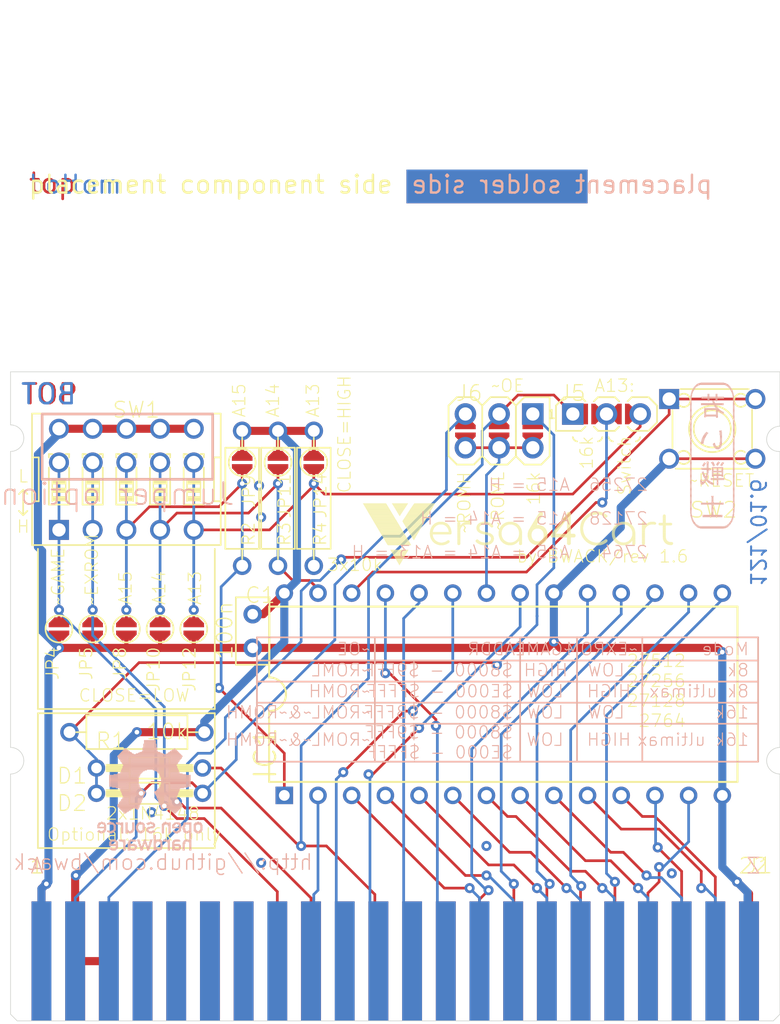
<source format=kicad_pcb>
(kicad_pcb (version 20221018) (generator pcbnew)
  (layers (0 "F.Cu" signal) (31 "B.Cu" signal) (34 "B.Paste" user) (35 "F.Paste" user) (36 "B.SilkS" user "B.Silkscreen") (37 "F.SilkS" user "F.Silkscreen") (38 "B.Mask" user) (39 "F.Mask" user) (44 "Edge.Cuts" user))
  (net 0 "")
  (net 1 "+5V")
  (net 2 "GND")
  (net 3 "D0")
  (net 4 "D1")
  (net 5 "D2")
  (net 6 "D3")
  (net 7 "D4")
  (net 8 "D5")
  (net 9 "D6")
  (net 10 "D7")
  (net 11 "A0")
  (net 12 "A1")
  (net 13 "A2")
  (net 14 "A3")
  (net 15 "A4")
  (net 16 "A5")
  (net 17 "A6")
  (net 18 "A7")
  (net 19 "A8")
  (net 20 "A9")
  (net 21 "A10")
  (net 22 "A11")
  (net 23 "A12")
  (net 24 "~{EXROM}")
  (net 25 "~{GAME}")
  (net 26 "~{ROMH}")
  (net 27 "~{ROML}")
  (net 28 "~{RESET}")
  (net 29 "A13")
  (net 30 "A14")
  (net 31 "A15")
  (net 32 "~{OE}")
  (net 33 "A13SW")
  (net 34 "RH&RL")
  (footprint "Versa64Cart_v1_6:PCB-TITLE_" (layer "F.Cu") (at 119.5011 68.4936)
    (fp_text reference "U$41" hide)
    (fp_text value "" hide)
  )
  (footprint "Versa64Cart_v1_6:CP_OP" (layer "F.Cu") (at 128.23235 99.9261 90)
    (fp_text reference "JP8")
    (fp_text value "" hide)
  )
  (footprint "Versa64Cart_v1_6:COMBI-3P" (layer "F.Cu") (at 164.42735 83.7336)
    (fp_text reference "J5")
    (fp_text value "COMBI-3P" hide)
  )
  (footprint "Versa64Cart_v1_6:DIL28-6" (layer "F.Cu") (at 156.6486 104.84735)
    (fp_text reference "IC1")
    (fp_text value "27C512-DIP28")
  )
  (footprint "Versa64Cart_v1_6:2LAYER" (layer "F.Cu") (at 120.29485 83.0986)
    (fp_text reference "U$40" hide)
    (fp_text value "" hide)
  )
  (footprint "Versa64Cart_v1_6:CP_OP" (layer "F.Cu") (at 136.9636 87.38485 90)
    (fp_text reference "JP9")
    (fp_text value "" hide)
  )
  (footprint "Versa64Cart_v1_6:VERSA64CART" (layer "F.Cu") (at 146.01235 95.1636)
    (fp_text reference "U$39" hide)
    (fp_text value "" hide)
  )
  (footprint "Versa64Cart_v1_6:R-10" (layer "F.Cu") (at 142.3611 90.0836 90)
    (fp_text reference "R4")
    (fp_text value "10k")
  )
  (footprint "Versa64Cart_v1_6:CP_OP" (layer "F.Cu") (at 142.3611 87.38485 90)
    (fp_text reference "JP14")
    (fp_text value "" hide)
  )
  (footprint "Versa64Cart_v1_6:DIPSW-05VJ" (layer "F.Cu") (at 128.23235 88.65485)
    (fp_text reference "SW1")
    (fp_text value "DIPSW-05")
  )
  (footprint "Versa64Cart_v1_6:R-10" (layer "F.Cu") (at 129.0261 107.70485)
    (fp_text reference "R1")
    (fp_text value "10k")
  )
  (footprint "Versa64Cart_v1_6:CP_OP" (layer "F.Cu") (at 133.31235 99.9261 90)
    (fp_text reference "JP12")
    (fp_text value "" hide)
  )
  (footprint "Versa64Cart_v1_6:C-2,5" (layer "F.Cu") (at 137.75735 100.08485 90)
    (fp_text reference "C1")
    (fp_text value "100n")
  )
  (footprint "Versa64Cart_v1_6:EXPANSIO_SQ" (layer "F.Cu") (at 148.5011 129.4536 180)
    (fp_text reference "J1")
    (fp_text value "C64-EXPANSION-PORT" hide)
    (fp_line (start -29 0.5) (end -29 11) (stroke (width 0.05)) (layer "Edge.Cuts"))
    (fp_line (start -28.5 0) (end -29 0.5) (stroke (width 0.05)) (layer "Edge.Cuts"))
    (fp_line (start -28.5 0) (end 28.5 0) (stroke (width 0.05)) (layer "Edge.Cuts"))
    (fp_line (start 28.5 0) (end 29 0.5) (stroke (width 0.05)) (layer "Edge.Cuts"))
    (fp_line (start 29 0.5) (end 29 11) (stroke (width 0.05)) (layer "Edge.Cuts"))
  )
  (footprint "" (layer "F.Cu") (at 148.5011 85.5536)
    (fp_text reference "@HOLE0" hide)
    (fp_text value "")
  )
  (footprint "Versa64Cart_v1_6:DO-35" (layer "F.Cu") (at 129.9786 112.3086)
    (fp_text reference "D2")
    (fp_text value "1N4148")
  )
  (footprint "Versa64Cart_v1_6:DO-35" (layer "F.Cu") (at 129.9786 110.4036)
    (fp_text reference "D1")
    (fp_text value "1N4148")
  )
  (footprint "Versa64Cart_v1_6:CP_OP" (layer "F.Cu") (at 130.77235 99.9261 90)
    (fp_text reference "JP10")
    (fp_text value "" hide)
  )
  (footprint "Versa64Cart_v1_6:JTP-1130" (layer "F.Cu") (at 172.4011 84.8536 180)
    (fp_text reference "SW2")
    (fp_text value "JTP-1130")
  )
  (footprint "Versa64Cart_v1_6:CP_OP" (layer "F.Cu") (at 123.15235 99.9261 90)
    (fp_text reference "JP4")
    (fp_text value "" hide)
  )
  (footprint "Versa64Cart_v1_6:COMBI-3X2" (layer "F.Cu") (at 156.3311 85.0036 -90)
    (fp_text reference "J6")
    (fp_text value "COMBI-3X2P" hide)
  )
  (footprint "Versa64Cart_v1_6:CP_OP" (layer "F.Cu") (at 125.69235 99.9261 90)
    (fp_text reference "JP5")
    (fp_text value "" hide)
  )
  (footprint "Versa64Cart_v1_6:CP_OP" (layer "F.Cu") (at 139.66235 87.38485 90)
    (fp_text reference "JP11")
    (fp_text value "" hide)
  )
  (footprint "Versa64Cart_v1_6:R-10" (layer "F.Cu") (at 136.9636 90.0836 90)
    (fp_text reference "R2")
    (fp_text value "10k")
  )
  (footprint "Versa64Cart_v1_6:R-10" (layer "F.Cu") (at 139.66235 90.0836 90)
    (fp_text reference "R3")
    (fp_text value "10k")
  )
  (footprint "Versa64Cart_v1_6:SVEN_TAG" (layer "B.Cu") (at 172.36485 86.74985 180)
    (fp_text reference "U$42" hide)
    (fp_text value "" hide)
  )
  (footprint "Versa64Cart_v1_6:OPENHW" (layer "B.Cu") (at 133.94735 116.59485 180)
    (fp_text reference "U$43" hide)
    (fp_text value "OPEN_SOURCE_HW" hide)
  )
  (gr_line (start 146.96485 100.5611) (end 138.07485 100.5611) (stroke (width 0.127)) (layer "B.SilkS"))
  (gr_line (start 175.85735 103.89485) (end 138.07485 103.89485) (stroke (width 0.127)) (layer "B.SilkS"))
  (gr_line (start 134.7411 88.65485) (end 134.7411 83.7336) (stroke (width 0.2032)) (layer "B.SilkS"))
  (gr_line (start 157.9186 100.5611) (end 146.96485 100.5611) (stroke (width 0.127)) (layer "B.SilkS"))
  (gr_line (start 157.9186 100.5611) (end 157.9186 109.92735) (stroke (width 0.127)) (layer "B.SilkS"))
  (gr_line (start 167.1261 100.5611) (end 167.1261 109.92735) (stroke (width 0.127)) (layer "B.SilkS"))
  (gr_line (start 175.85735 109.92735) (end 167.1261 109.92735) (stroke (width 0.127)) (layer "B.SilkS"))
  (gr_line (start 175.85735 102.30735) (end 138.07485 102.30735) (stroke (width 0.127)) (layer "B.SilkS"))
  (gr_line (start 175.85735 100.5611) (end 175.85735 109.92735) (stroke (width 0.127)) (layer "B.SilkS"))
  (gr_line (start 162.20485 100.5611) (end 157.9186 100.5611) (stroke (width 0.127)) (layer "B.SilkS"))
  (gr_line (start 138.07485 100.5611) (end 138.07485 109.92735) (stroke (width 0.127)) (layer "B.SilkS"))
  (gr_line (start 121.88235 88.65485) (end 134.7411 88.65485) (stroke (width 0.2032)) (layer "B.SilkS"))
  (gr_line (start 134.7411 83.7336) (end 121.88235 83.7336) (stroke (width 0.2032)) (layer "B.SilkS"))
  (gr_line (start 175.85735 105.48235) (end 138.07485 105.48235) (stroke (width 0.127)) (layer "B.SilkS"))
  (gr_line (start 167.1261 100.5611) (end 162.20485 100.5611) (stroke (width 0.127)) (layer "B.SilkS"))
  (gr_line (start 175.85735 107.06985) (end 138.07485 107.06985) (stroke (width 0.127)) (layer "B.SilkS"))
  (gr_line (start 162.20485 109.92735) (end 157.9186 109.92735) (stroke (width 0.127)) (layer "B.SilkS"))
  (gr_line (start 167.1261 109.92735) (end 162.20485 109.92735) (stroke (width 0.127)) (layer "B.SilkS"))
  (gr_line (start 162.20485 100.5611) (end 162.20485 109.92735) (stroke (width 0.127)) (layer "B.SilkS"))
  (gr_line (start 146.96485 100.5611) (end 146.96485 109.92735) (stroke (width 0.127)) (layer "B.SilkS"))
  (gr_line (start 157.9186 109.92735) (end 146.96485 109.92735) (stroke (width 0.127)) (layer "B.SilkS"))
  (gr_line (start 146.96485 109.92735) (end 138.07485 109.92735) (stroke (width 0.127)) (layer "B.SilkS"))
  (gr_line (start 175.85735 100.5611) (end 167.1261 100.5611) (stroke (width 0.127)) (layer "B.SilkS"))
  (gr_line (start 121.88235 83.7336) (end 121.88235 88.65485) (stroke (width 0.2032)) (layer "B.SilkS"))
  (gr_arc (start 166.96735 85.47985) (mid 166.856665 85.686666) (end 166.649849 85.797351) (stroke (width 0.127)) (layer "F.SilkS"))
  (gr_line (start 121.56485 116.4361) (end 121.56485 106.2761) (stroke (width 0.127)) (layer "F.SilkS"))
  (gr_line (start 120.1361 89.7661) (end 120.4536 89.4486) (stroke (width 0.127)) (layer "F.SilkS"))
  (gr_line (start 121.56485 93.8936) (end 121.56485 105.9586) (stroke (width 0.127)) (layer "F.SilkS"))
  (gr_arc (start 164.9036 85.79735) (mid 164.696784 85.686666) (end 164.5861 85.47985) (stroke (width 0.127)) (layer "F.SilkS"))
  (gr_line (start 120.1361 91.0361) (end 120.4536 91.3536) (stroke (width 0.127)) (layer "F.SilkS"))
  (gr_line (start 121.56485 105.9586) (end 134.89985 105.9586) (stroke (width 0.127)) (layer "F.SilkS"))
  (gr_arc (start 164.10985 85.47985) (mid 163.999165 85.686666) (end 163.792349 85.797351) (stroke (width 0.127)) (layer "F.SilkS"))
  (gr_arc (start 162.20485 85.79735) (mid 161.998034 85.686666) (end 161.88735 85.47985) (stroke (width 0.127)) (layer "F.SilkS"))
  (gr_line (start 120.4536 89.4486) (end 120.7711 89.7661) (stroke (width 0.127)) (layer "F.SilkS"))
  (gr_line (start 134.89985 105.9586) (end 134.89985 93.8936) (stroke (width 0.127)) (layer "F.SilkS"))
  (gr_line (start 120.4536 89.4486) (end 120.4536 91.3536) (stroke (width 0.127)) (layer "F.SilkS"))
  (gr_line (start 121.56485 106.2761) (end 134.89985 106.2761) (stroke (width 0.127)) (layer "F.SilkS"))
  (gr_line (start 134.89985 106.2761) (end 134.89985 116.4361) (stroke (width 0.127)) (layer "F.SilkS"))
  (gr_line (start 120.4536 91.3536) (end 120.7711 91.0361) (stroke (width 0.127)) (layer "F.SilkS"))
  (gr_line (start 134.89985 116.4361) (end 121.56485 116.4361) (stroke (width 0.127)) (layer "F.SilkS"))
  (gr_arc (start 119.5011 84.5536) (mid 120.208207 84.846493) (end 120.5011 85.5536) (stroke (width 0.05)) (layer "Edge.Cuts"))
  (gr_line (start 119.5011 80.5536) (end 177.5011 80.5536) (stroke (width 0.05)) (layer "Edge.Cuts"))
  (gr_arc (start 176.5011 109.8536) (mid 176.793993 109.146493) (end 177.5011 108.8536) (stroke (width 0.05)) (layer "Edge.Cuts"))
  (gr_arc (start 176.5011 85.6536) (mid 176.793993 84.946493) (end 177.5011 84.6536) (stroke (width 0.05)) (layer "Edge.Cuts"))
  (gr_line (start 119.5011 108.8536) (end 119.5011 86.5536) (stroke (width 0.05)) (layer "Edge.Cuts"))
  (gr_arc (start 177.5011 110.8536) (mid 176.793993 110.560707) (end 176.5011 109.8536) (stroke (width 0.05)) (layer "Edge.Cuts"))
  (gr_line (start 119.5011 118.4536) (end 119.5011 110.8536) (stroke (width 0.05)) (layer "Edge.Cuts"))
  (gr_arc (start 119.5011 108.8536) (mid 120.208207 109.146493) (end 120.5011 109.8536) (stroke (width 0.05)) (layer "Edge.Cuts"))
  (gr_line (start 177.5011 86.5536) (end 177.5011 108.8536) (stroke (width 0.05)) (layer "Edge.Cuts"))
  (gr_arc (start 120.5011 85.5536) (mid 120.208207 86.260707) (end 119.5011 86.5536) (stroke (width 0.05)) (layer "Edge.Cuts"))
  (gr_line (start 119.5011 84.5536) (end 119.5011 80.5536) (stroke (width 0.05)) (layer "Edge.Cuts"))
  (gr_arc (start 177.4011 86.5536) (mid 176.764704 86.289996) (end 176.5011 85.6536) (stroke (width 0.05)) (layer "Edge.Cuts"))
  (gr_line (start 177.5011 80.5536) (end 177.5011 84.6536) (stroke (width 0.05)) (layer "Edge.Cuts"))
  (gr_line (start 177.5011 110.8536) (end 177.5011 118.4536) (stroke (width 0.05)) (layer "Edge.Cuts"))
  (gr_arc (start 120.5011 109.8536) (mid 120.208207 110.560707) (end 119.5011 110.8536) (stroke (width 0.05)) (layer "Edge.Cuts"))
  (gr_line (start 177.5011 86.5536) (end 177.4011 86.5536) (stroke (width 0.05)) (layer "Edge.Cuts"))
  (gr_text "121/01.6" (at 176.49235 88.4961 -90) (layer "B.Cu") (effects (font (size 1.1176 1.1176) (thickness 0.1524)) (justify right top mirror)))
  (gr_text "LOW" (at 161.25235 108.8161) (layer "B.SilkS") (effects (font (size 0.93472 0.93472) (thickness 0.08128)) (justify left bottom mirror)))
  (gr_text "16k" (at 175.22235 106.75235) (layer "B.SilkS") (effects (font (size 0.93472 0.93472) (thickness 0.08128)) (justify left bottom mirror)))
  (gr_text "A15 = A14 = A13 = H" (at 161.7286 94.68735) (layer "B.SilkS") (effects (font (size 0.93472 0.93472) (thickness 0.08128)) (justify left bottom mirror)))
  (gr_text "2764" (at 167.60235 94.68735) (layer "B.SilkS") (effects (font (size 0.93472 0.93472) (thickness 0.08128)) (justify left bottom mirror)))
  (gr_text "~GAME" (at 161.88735 101.98985) (layer "B.SilkS") (effects (font (size 0.93472 0.93472) (thickness 0.08128)) (justify left bottom mirror)))
  (gr_text "A15 = H" (at 161.7286 89.60735) (layer "B.SilkS") (effects (font (size 0.93472 0.93472) (thickness 0.08128)) (justify left bottom mirror)))
  (gr_text "Mode" (at 175.22235 101.98985) (layer "B.SilkS") (effects (font (size 0.93472 0.93472) (thickness 0.08128)) (justify left bottom mirror)))
  (gr_text "A15 = A14 = H" (at 161.7286 92.14735) (layer "B.SilkS") (effects (font (size 0.93472 0.93472) (thickness 0.08128)) (justify left bottom mirror)))
  (gr_text "ADDR" (at 157.6011 101.98985) (layer "B.SilkS") (effects (font (size 0.93472 0.93472) (thickness 0.08128)) (justify left bottom mirror)))
  (gr_text "$8000 - $9FFF" (at 157.44235 103.57735) (layer "B.SilkS") (effects (font (size 0.93472 0.93472) (thickness 0.08128)) (justify left bottom mirror)))
  (gr_text "$8000 - $BFFF" (at 157.44235 106.75235) (layer "B.SilkS") (effects (font (size 0.93472 0.93472) (thickness 0.08128)) (justify left bottom mirror)))
  (gr_text "~EXROM" (at 166.8086 101.98985) (layer "B.SilkS") (effects (font (size 0.93472 0.93472) (thickness 0.08128)) (justify left bottom mirror)))
  (gr_text "LOW" (at 165.8561 106.75235) (layer "B.SilkS") (effects (font (size 0.93472 0.93472) (thickness 0.08128)) (justify left bottom mirror)))
  (gr_text "~ROML~&~ROMH" (at 146.64735 106.75235) (layer "B.SilkS") (effects (font (size 0.93472 0.93472) (thickness 0.08128)) (justify left bottom mirror)))
  (gr_text "~ROMH" (at 146.64735 105.16485) (layer "B.SilkS") (effects (font (size 0.93472 0.93472) (thickness 0.08128)) (justify left bottom mirror)))
  (gr_text "8k ultimax" (at 175.22235 105.16485) (layer "B.SilkS") (effects (font (size 0.93472 0.93472) (thickness 0.08128)) (justify left bottom mirror)))
  (gr_text "$E000 - $FFFF" (at 157.44235 105.16485) (layer "B.SilkS") (effects (font (size 0.93472 0.93472) (thickness 0.08128)) (justify left bottom mirror)))
  (gr_text "Jumper option" (at 136.48735 90.7186) (layer "B.SilkS") (effects (font (size 1.63576 1.63576) (thickness 0.14224)) (justify left bottom mirror)))
  (gr_text "~OE" (at 146.64735 101.98985) (layer "B.SilkS") (effects (font (size 0.93472 0.93472) (thickness 0.08128)) (justify left bottom mirror)))
  (gr_text "HIGH" (at 166.33235 105.16485) (layer "B.SilkS") (effects (font (size 0.93472 0.93472) (thickness 0.08128)) (justify left bottom mirror)))
  (gr_text "27256" (at 167.60235 89.60735) (layer "B.SilkS") (effects (font (size 0.93472 0.93472) (thickness 0.08128)) (justify left bottom mirror)))
  (gr_text "8k" (at 175.22235 103.57735) (layer "B.SilkS") (effects (font (size 0.93472 0.93472) (thickness 0.08128)) (justify left bottom mirror)))
  (gr_text "$8000 - $9FFF\n$E000 - $FFFF" (at 157.44235 109.7686) (layer "B.SilkS") (effects (font (size 0.93472 0.93472) (thickness 0.08128)) (justify left bottom mirror)))
  (gr_text "~ROML" (at 146.64735 103.57735) (layer "B.SilkS") (effects (font (size 0.93472 0.93472) (thickness 0.08128)) (justify left bottom mirror)))
  (gr_text "HIGH" (at 161.56985 103.57735) (layer "B.SilkS") (effects (font (size 0.93472 0.93472) (thickness 0.08128)) (justify left bottom mirror)))
  (gr_text "LOW" (at 161.25235 105.16485) (layer "B.SilkS") (effects (font (size 0.93472 0.93472) (thickness 0.08128)) (justify left bottom mirror)))
  (gr_text "27128" (at 167.60235 92.14735) (layer "B.SilkS") (effects (font (size 0.93472 0.93472) (thickness 0.08128)) (justify left bottom mirror)))
  (gr_text "~ROML~&~ROMH" (at 146.64735 108.8161) (layer "B.SilkS") (effects (font (size 0.93472 0.93472) (thickness 0.08128)) (justify left bottom mirror)))
  (gr_text "16k ultimax" (at 175.22235 108.8161) (layer "B.SilkS") (effects (font (size 0.93472 0.93472) (thickness 0.08128)) (justify left bottom mirror)))
  (gr_text "LOW" (at 165.8561 103.57735) (layer "B.SilkS") (effects (font (size 0.93472 0.93472) (thickness 0.08128)) (justify left bottom mirror)))
  (gr_text "LOW" (at 161.25235 106.75235) (layer "B.SilkS") (effects (font (size 0.93472 0.93472) (thickness 0.08128)) (justify left bottom mirror)))
  (gr_text "http://github.com/bwack" (at 142.3611 118.18235) (layer "B.SilkS") (effects (font (size 1.1684 1.1684) (thickness 0.1016)) (justify left bottom mirror)))
  (gr_text "HIGH" (at 166.33235 108.8161) (layer "B.SilkS") (effects (font (size 0.93472 0.93472) (thickness 0.08128)) (justify left bottom mirror)))
  (gr_text "A14" (at 131.2486 98.17985 90) (layer "F.SilkS") (effects (font (size 0.93472 0.93472) (thickness 0.08128)) (justify left bottom)))
  (gr_text "27512\n27256\n27128\n2764" (at 170.45985 107.38735) (layer "F.SilkS") (effects (font (size 0.93472 0.93472) (thickness 0.08128)) (justify right bottom)))
  (gr_text "100n" (at 136.3286 102.30735 90) (layer "F.SilkS") (effects (font (size 1.1684 1.1684) (thickness 0.1016)) (justify left bottom)))
  (gr_text "CLOSE=LOW" (at 124.5811 105.48235) (layer "F.SilkS") (effects (font (size 0.93472 0.93472) (thickness 0.08128)) (justify left bottom)))
  (gr_text "~ROML" (at 155.6961 88.01985 90) (layer "F.SilkS") (effects (font (size 0.93472 0.93472) (thickness 0.08128)) (justify right top)))
  (gr_text "Optional: 16k only" (at 122.19985 115.95985) (layer "F.SilkS") (effects (font (size 0.93472 0.93472) (thickness 0.08128)) (justify left bottom)))
  (gr_text "A15" (at 137.2811 84.0511 90) (layer "F.SilkS") (effects (font (size 0.93472 0.93472) (thickness 0.08128)) (justify left bottom)))
  (gr_text "~ROMH" (at 153.1561 88.01985 90) (layer "F.SilkS") (effects (font (size 0.93472 0.93472) (thickness 0.08128)) (justify right top)))
  (gr_text "A13" (at 142.83735 84.0511 90) (layer "F.SilkS") (effects (font (size 0.93472 0.93472) (thickness 0.08128)) (justify left bottom)))
  (gr_text "A15" (at 128.7086 98.17985 90) (layer "F.SilkS") (effects (font (size 0.93472 0.93472) (thickness 0.08128)) (justify left bottom)))
  (gr_text "~EXROM" (at 126.1686 98.17985 90) (layer "F.SilkS") (effects (font (size 0.93472 0.93472) (thickness 0.08128)) (justify left bottom)))
  (gr_text "H" (at 120.4536 91.6711) (layer "F.SilkS") (effects (font (size 0.93472 0.93472) (thickness 0.08128)) (justify top)))
  (gr_text "~GAME" (at 123.6286 98.17985 90) (layer "F.SilkS") (effects (font (size 0.93472 0.93472) (thickness 0.08128)) (justify left bottom)))
  (gr_text "by BWACK/rev 1.6" (at 157.6011 95.00485) (layer "F.SilkS") (effects (font (size 0.93472 0.93472) (thickness 0.08128)) (justify left bottom)))
  (gr_text "~OE" (at 155.6961 82.1461) (layer "F.SilkS") (effects (font (size 0.93472 0.93472) (thickness 0.08128)) (justify left bottom)))
  (gr_text "~RESET" (at 170.6186 89.28985) (layer "F.SilkS") (effects (font (size 0.93472 0.93472) (thickness 0.08128)) (justify left bottom)))
  (gr_text "16k" (at 158.39485 88.01985 90) (layer "F.SilkS") (effects (font (size 0.93472 0.93472) (thickness 0.08128)) (justify right top)))
  (gr_text "CLOSE=HIGH" (at 145.2186 89.7661 90) (layer "F.SilkS") (effects (font (size 0.93472 0.93472) (thickness 0.08128)) (justify left bottom)))
  (gr_text "A13" (at 133.94735 98.17985 90) (layer "F.SilkS") (effects (font (size 0.93472 0.93472) (thickness 0.08128)) (justify left bottom)))
  (gr_text "Switch" (at 166.33235 85.3211 90) (layer "F.SilkS") (effects (font (size 0.93472 0.93472) (thickness 0.08128)) (justify right bottom)))
  (gr_text "A13:" (at 163.47485 82.1461) (layer "F.SilkS") (effects (font (size 0.93472 0.93472) (thickness 0.08128)) (justify left bottom)))
  (gr_text "3x10k" (at 143.3136 95.63985) (layer "F.SilkS") (effects (font (size 0.93472 0.93472) (thickness 0.08128)) (justify left bottom)))
  (gr_text "16k" (at 163.47485 85.3211 90) (layer "F.SilkS") (effects (font (size 0.93472 0.93472) (thickness 0.08128)) (justify right bottom)))
  (gr_text "A14" (at 139.8211 84.0511 90) (layer "F.SilkS") (effects (font (size 0.93472 0.93472) (thickness 0.08128)) (justify left bottom)))
  (gr_text "10k" (at 129.6611 108.33985) (layer "F.SilkS") (effects (font (size 1.1684 1.1684) (thickness 0.1016)) (justify left bottom)))
  (gr_text "2x1N4148" (at 126.64485 114.37235) (layer "F.SilkS") (effects (font (size 0.93472 0.93472) (thickness 0.08128)) (justify left bottom)))
  (gr_text "L" (at 120.4536 88.97235) (layer "F.SilkS") (effects (font (size 0.93472 0.93472) (thickness 0.08128)) (justify bottom)))
  (segment (start 138.5511 98.81485) (end 137.9161 98.81485) (width 0.6096) (layer "F.Cu") (net 1))
  (segment (start 136.9636 85.0036) (end 139.66235 85.0036) (width 0.6096) (layer "F.Cu") (net 1))
  (segment (start 142.3611 86.98485) (end 142.3611 85.0036) (width 0.3048) (layer "F.Cu") (net 1))
  (segment (start 138.5511 98.81485) (end 140.1386 97.22735) (width 0.6096) (layer "F.Cu") (net 1))
  (segment (start 136.9636 86.98485) (end 136.9636 85.0036) (width 0.3048) (layer "F.Cu") (net 1))
  (segment (start 142.3611 85.0036) (end 139.66235 85.0036) (width 0.6096) (layer "F.Cu") (net 1))
  (segment (start 137.75735 98.81485) (end 137.9161 98.81485) (width 0.6096) (layer "F.Cu") (net 1))
  (segment (start 139.66235 86.98485) (end 139.66235 85.0036) (width 0.3048) (layer "F.Cu") (net 1))
  (segment (start 124.3711 118.5511) (end 124.42235 118.49985) (width 0.6096) (layer "F.Cu") (net 1))
  (segment (start 124.3711 124.9536) (end 124.3711 118.5511) (width 0.6096) (layer "F.Cu") (net 1))
  (segment (start 129.0261 107.70485) (end 134.1061 107.70485) (width 0.6096) (layer "F.Cu") (net 1))
  (segment (start 126.9111 124.9536) (end 124.3711 124.9536) (width 0.6096) (layer "F.Cu") (net 1))
  (via (at 129.0261 107.70485) (size 0.7564) (drill 0.35) (layers "F.Cu" "B.Cu") (net 1))
  (via (at 124.42235 118.49985) (size 0.7564) (drill 0.35) (layers "F.Cu" "B.Cu") (net 1))
  (segment (start 127.27985 109.4511) (end 129.0261 107.70485) (width 0.6096) (layer "B.Cu") (net 1))
  (segment (start 141.0911 96.27485) (end 141.0911 86.43235) (width 0.6096) (layer "B.Cu") (net 1))
  (segment (start 140.1386 100.8786) (end 134.1061 106.9111) (width 0.6096) (layer "B.Cu") (net 1))
  (segment (start 140.1386 97.22735) (end 141.0911 96.27485) (width 0.6096) (layer "B.Cu") (net 1))
  (segment (start 140.1386 100.8786) (end 140.1386 97.22735) (width 0.6096) (layer "B.Cu") (net 1))
  (segment (start 124.42235 118.49985) (end 127.27985 115.64235) (width 0.6096) (layer "B.Cu") (net 1))
  (segment (start 127.27985 109.4511) (end 127.27985 111.6736) (width 0.6096) (layer "B.Cu") (net 1))
  (segment (start 134.1061 107.70485) (end 134.1061 106.9111) (width 0.6096) (layer "B.Cu") (net 1))
  (segment (start 141.0911 86.43235) (end 139.66235 85.0036) (width 0.6096) (layer "B.Cu") (net 1))
  (segment (start 127.27985 111.6736) (end 127.27985 115.64235) (width 0.6096) (layer "B.Cu") (net 1))
  (segment (start 169.1511 87.1036) (end 175.6511 87.1036) (width 0.2032) (layer "F.Cu") (net 2))
  (segment (start 123.15235 101.35485) (end 125.69235 101.35485) (width 0.6096) (layer "F.Cu") (net 2))
  (segment (start 123.15235 84.84485) (end 125.69235 84.84485) (width 0.6096) (layer "F.Cu") (net 2))
  (segment (start 125.69235 84.84485) (end 128.23235 84.84485) (width 0.6096) (layer "F.Cu") (net 2))
  (segment (start 125.69235 101.35485) (end 128.23235 101.35485) (width 0.6096) (layer "F.Cu") (net 2))
  (segment (start 174.26985 118.9761) (end 175.1711 119.87735) (width 0.6096) (layer "F.Cu") (net 2))
  (segment (start 128.23235 101.35485) (end 130.77235 101.35485) (width 0.6096) (layer "F.Cu") (net 2))
  (segment (start 130.77235 101.35485) (end 133.31235 101.35485) (width 0.6096) (layer "F.Cu") (net 2))
  (segment (start 172.8411 101.35485) (end 173.1586 101.67235) (width 0.6096) (layer "F.Cu") (net 2))
  (segment (start 160.4586 100.8786) (end 160.93485 101.35485) (width 0.6096) (layer "F.Cu") (net 2))
  (segment (start 175.1711 119.87735) (end 175.1711 124.9536) (width 0.6096) (layer "F.Cu") (net 2))
  (segment (start 130.77235 100.3261) (end 130.77235 101.35485) (width 0.3048) (layer "F.Cu") (net 2))
  (segment (start 133.31235 100.3261) (end 133.31235 101.35485) (width 0.3048) (layer "F.Cu") (net 2))
  (segment (start 160.93485 101.35485) (end 172.8411 101.35485) (width 0.6096) (layer "F.Cu") (net 2))
  (segment (start 121.8311 124.9536) (end 121.8311 119.5036) (width 0.6096) (layer "F.Cu") (net 2))
  (segment (start 133.31235 101.35485) (end 137.75735 101.35485) (width 0.6096) (layer "F.Cu") (net 2))
  (segment (start 125.69235 100.3261) (end 125.69235 101.35485) (width 0.3048) (layer "F.Cu") (net 2))
  (segment (start 128.23235 100.3261) (end 128.23235 101.35485) (width 0.3048) (layer "F.Cu") (net 2))
  (segment (start 159.98235 101.35485) (end 160.4586 100.8786) (width 0.6096) (layer "F.Cu") (net 2))
  (segment (start 130.77235 84.84485) (end 133.31235 84.84485) (width 0.6096) (layer "F.Cu") (net 2))
  (segment (start 121.8311 119.5036) (end 122.19985 119.13485) (width 0.6096) (layer "F.Cu") (net 2))
  (segment (start 123.15235 100.3261) (end 123.15235 101.35485) (width 0.3048) (layer "F.Cu") (net 2))
  (segment (start 128.23235 84.84485) (end 130.77235 84.84485) (width 0.6096) (layer "F.Cu") (net 2))
  (segment (start 137.75735 101.35485) (end 159.98235 101.35485) (width 0.6096) (layer "F.Cu") (net 2))
  (via (at 173.1586 101.67235) (size 0.7564) (drill 0.35) (layers "F.Cu" "B.Cu") (net 2))
  (via (at 138.2336 89.1311) (size 0.7564) (drill 0.35) (layers "F.Cu" "B.Cu") (net 2))
  (via (at 122.19985 119.13485) (size 0.7564) (drill 0.35) (layers "F.Cu" "B.Cu") (net 2))
  (via (at 138.39235 117.54735) (size 0.7564) (drill 0.35) (layers "F.Cu" "B.Cu") (net 2))
  (via (at 169.3486 118.3411) (size 0.7564) (drill 0.35) (layers "F.Cu" "B.Cu") (net 2))
  (via (at 138.39235 91.51235) (size 0.7564) (drill 0.35) (layers "F.Cu" "B.Cu") (net 2))
  (via (at 174.26985 118.9761) (size 0.7564) (drill 0.35) (layers "F.Cu" "B.Cu") (net 2))
  (via (at 155.3786 116.27735) (size 0.7564) (drill 0.35) (layers "F.Cu" "B.Cu") (net 2))
  (via (at 123.15235 101.35485) (size 0.7564) (drill 0.35) (layers "F.Cu" "B.Cu") (net 2))
  (via (at 160.4586 100.8786) (size 0.7564) (drill 0.35) (layers "F.Cu" "B.Cu") (net 2))
  (via (at 130.13735 113.73735) (size 0.7564) (drill 0.35) (layers "F.Cu" "B.Cu") (net 2))
  (segment (start 175.0636 119.76985) (end 174.26985 118.9761) (width 0.6096) (layer "B.Cu") (net 2))
  (segment (start 123.15235 101.35485) (end 121.88235 100.08485) (width 0.6096) (layer "B.Cu") (net 2))
  (segment (start 175.1711 124.9536) (end 175.0636 124.8461) (width 0.6096) (layer "B.Cu") (net 2))
  (segment (start 121.56485 93.73485) (end 121.56485 86.7911) (width 0.6096) (layer "B.Cu") (net 2))
  (segment (start 173.1586 101.67235) (end 173.1586 112.46735) (width 0.6096) (layer "B.Cu") (net 2))
  (segment (start 173.1586 112.46735) (end 173.1586 117.86485) (width 0.6096) (layer "B.Cu") (net 2))
  (segment (start 122.3586 102.1486) (end 123.15235 101.35485) (width 0.6096) (layer "B.Cu") (net 2))
  (segment (start 123.15235 85.2036) (end 123.15235 84.84485) (width 0.6096) (layer "B.Cu") (net 2))
  (segment (start 165.49985 92.274285) (end 160.515209 97.22735) (width 0.6096) (layer "B.Cu") (net 2))
  (segment (start 160.4586 97.22735) (end 160.515209 97.22735) (width 0.6096) (layer "B.Cu") (net 2))
  (segment (start 160.4586 100.8786) (end 160.4586 97.22735) (width 0.6096) (layer "B.Cu") (net 2))
  (segment (start 122.3586 102.1486) (end 122.3586 118.9761) (width 0.6096) (layer "B.Cu") (net 2))
  (segment (start 122.19985 119.13485) (end 121.8311 119.5036) (width 0.6096) (layer "B.Cu") (net 2))
  (segment (start 121.56485 86.7911) (end 123.15235 85.2036) (width 0.6096) (layer "B.Cu") (net 2))
  (segment (start 121.88235 94.05235) (end 121.56485 93.73485) (width 0.6096) (layer "B.Cu") (net 2))
  (segment (start 121.88235 94.05235) (end 121.88235 98.81485) (width 0.6096) (layer "B.Cu") (net 2))
  (segment (start 175.0636 124.8461) (end 175.0636 119.76985) (width 0.6096) (layer "B.Cu") (net 2))
  (segment (start 121.88235 100.08485) (end 121.88235 98.81485) (width 0.6096) (layer "B.Cu") (net 2))
  (segment (start 122.19985 119.13485) (end 122.3586 118.9761) (width 0.6096) (layer "B.Cu") (net 2))
  (segment (start 174.26985 118.9761) (end 173.1586 117.86485) (width 0.6096) (layer "B.Cu") (net 2))
  (segment (start 165.49985 90.7711) (end 165.49985 92.274285) (width 0.6096) (layer "B.Cu") (net 2))
  (segment (start 169.1511 87.1036) (end 169.1511 87.11985) (width 0.6096) (layer "B.Cu") (net 2))
  (segment (start 121.8311 119.5036) (end 121.8311 124.9536) (width 0.6096) (layer "B.Cu") (net 2))
  (segment (start 169.1511 87.11985) (end 165.49985 90.7711) (width 0.6096) (layer "B.Cu") (net 2))
  (segment (start 172.6311 124.9536) (end 172.6311 118.60735) (width 0.2032) (layer "F.Cu") (net 3))
  (segment (start 172.6311 118.60735) (end 168.0786 114.05485) (width 0.2032) (layer "F.Cu") (net 3))
  (segment (start 168.0786 114.05485) (end 167.1261 114.05485) (width 0.2032) (layer "F.Cu") (net 3))
  (segment (start 167.1261 114.05485) (end 165.5386 112.46735) (width 0.2032) (layer "F.Cu") (net 3))
  (segment (start 168.287509 116.385941) (end 170.0911 118.189532) (width 0.2032) (layer "F.Cu") (net 4))
  (segment (start 170.0911 118.189532) (end 170.0911 124.9536) (width 0.2032) (layer "F.Cu") (net 4))
  (via (at 168.287509 116.385941) (size 0.7564) (drill 0.35) (layers "F.Cu" "B.Cu") (net 4))
  (segment (start 168.128759 112.51751) (end 168.0786 112.46735) (width 0.2032) (layer "B.Cu") (net 4))
  (segment (start 168.128759 112.51751) (end 168.128759 116.227191) (width 0.2032) (layer "B.Cu") (net 4))
  (segment (start 168.287509 116.385941) (end 168.128759 116.227191) (width 0.2032) (layer "B.Cu") (net 4))
  (segment (start 167.5511 119.8211) (end 168.3961 118.9761) (width 0.2032) (layer "F.Cu") (net 5))
  (segment (start 167.5511 124.9536) (end 167.5511 119.8211) (width 0.2032) (layer "F.Cu") (net 5))
  (segment (start 168.3961 118.9761) (end 168.3961 117.86485) (width 0.2032) (layer "F.Cu") (net 5))
  (via (at 168.3961 117.86485) (size 0.7564) (drill 0.35) (layers "F.Cu" "B.Cu") (net 5))
  (segment (start 170.6186 115.95985) (end 170.6186 112.46735) (width 0.2032) (layer "B.Cu") (net 5))
  (segment (start 168.3961 117.86485) (end 168.7136 117.86485) (width 0.2032) (layer "B.Cu") (net 5))
  (segment (start 170.6186 115.95985) (end 168.7136 117.86485) (width 0.2032) (layer "B.Cu") (net 5))
  (segment (start 165.06235 124.90235) (end 165.06235 118.9761) (width 0.2032) (layer "F.Cu") (net 6))
  (segment (start 165.0111 124.9536) (end 165.06235 124.90235) (width 0.2032) (layer "F.Cu") (net 6))
  (via (at 165.06235 118.9761) (size 0.7564) (drill 0.35) (layers "F.Cu" "B.Cu") (net 6))
  (segment (start 165.06235 118.9761) (end 164.42735 118.3411) (width 0.2032) (layer "B.Cu") (net 6))
  (segment (start 171.8886 98.9736) (end 173.1586 97.7036) (width 0.2032) (layer "B.Cu") (net 6))
  (segment (start 164.42735 106.43485) (end 164.42735 118.0236) (width 0.2032) (layer "B.Cu") (net 6))
  (segment (start 164.42735 118.0236) (end 164.42735 118.3411) (width 0.2032) (layer "B.Cu") (net 6))
  (segment (start 173.1586 97.7036) (end 173.1586 97.22735) (width 0.2032) (layer "B.Cu") (net 6))
  (segment (start 164.42735 106.43485) (end 171.8886 98.9736) (width 0.2032) (layer "B.Cu") (net 6))
  (segment (start 162.4711 124.9536) (end 162.4711 119.5036) (width 0.2032) (layer "F.Cu") (net 7))
  (segment (start 162.52235 119.45235) (end 162.4711 119.5036) (width 0.2032) (layer "F.Cu") (net 7))
  (segment (start 162.52235 119.2936) (end 162.52235 119.45235) (width 0.2032) (layer "F.Cu") (net 7))
  (via (at 162.52235 119.2936) (size 0.7564) (drill 0.35) (layers "F.Cu" "B.Cu") (net 7))
  (segment (start 170.6186 98.6561) (end 161.7286 107.5461) (width 0.2032) (layer "B.Cu") (net 7))
  (segment (start 162.52235 119.2936) (end 161.7286 118.49985) (width 0.2032) (layer "B.Cu") (net 7))
  (segment (start 161.7286 107.5461) (end 161.7286 118.49985) (width 0.2032) (layer "B.Cu") (net 7))
  (segment (start 170.6186 97.22735) (end 170.6186 98.6561) (width 0.2032) (layer "B.Cu") (net 7))
  (segment (start 159.9311 119.34485) (end 160.1411 119.13485) (width 0.2032) (layer "F.Cu") (net 8))
  (segment (start 159.9311 124.9536) (end 159.9311 119.34485) (width 0.2032) (layer "F.Cu") (net 8))
  (via (at 160.1411 119.13485) (size 0.7564) (drill 0.35) (layers "F.Cu" "B.Cu") (net 8))
  (segment (start 159.1886 106.43485) (end 166.64985 98.9736) (width 0.2032) (layer "B.Cu") (net 8))
  (segment (start 159.1886 106.43485) (end 159.1886 118.18235) (width 0.2032) (layer "B.Cu") (net 8))
  (segment (start 168.0786 97.54485) (end 166.64985 98.9736) (width 0.2032) (layer "B.Cu") (net 8))
  (segment (start 160.1411 119.13485) (end 159.1886 118.18235) (width 0.2032) (layer "B.Cu") (net 8))
  (segment (start 168.0786 97.54485) (end 168.0786 97.22735) (width 0.2032) (layer "B.Cu") (net 8))
  (segment (start 157.3911 124.9536) (end 157.44235 124.90235) (width 0.2032) (layer "F.Cu") (net 9))
  (segment (start 157.44235 124.90235) (end 157.44235 119.6111) (width 0.2032) (layer "F.Cu") (net 9))
  (segment (start 157.44235 119.6111) (end 157.44235 119.13485) (width 0.2032) (layer "F.Cu") (net 9))
  (via (at 157.44235 119.13485) (size 0.7564) (drill 0.35) (layers "F.Cu" "B.Cu") (net 9))
  (segment (start 156.48985 107.8636) (end 165.5386 98.81485) (width 0.2032) (layer "B.Cu") (net 9))
  (segment (start 156.48985 107.8636) (end 156.48985 118.18235) (width 0.2032) (layer "B.Cu") (net 9))
  (segment (start 165.5386 98.81485) (end 165.5386 97.22735) (width 0.2032) (layer "B.Cu") (net 9))
  (segment (start 157.44235 119.13485) (end 156.48985 118.18235) (width 0.2032) (layer "B.Cu") (net 9))
  (segment (start 154.8511 120.29735) (end 155.53735 119.6111) (width 0.2032) (layer "F.Cu") (net 10))
  (segment (start 154.8511 124.9536) (end 154.8511 120.29735) (width 0.2032) (layer "F.Cu") (net 10))
  (via (at 155.53735 119.6111) (size 0.7564) (drill 0.35) (layers "F.Cu" "B.Cu") (net 10))
  (segment (start 155.53735 119.6111) (end 155.3786 119.6111) (width 0.2032) (layer "B.Cu") (net 10))
  (segment (start 162.9986 100.2436) (end 162.9986 97.22735) (width 0.2032) (layer "B.Cu") (net 10))
  (segment (start 162.9986 100.2436) (end 154.26735 108.97485) (width 0.2032) (layer "B.Cu") (net 10))
  (segment (start 154.26735 108.97485) (end 154.26735 118.49985) (width 0.2032) (layer "B.Cu") (net 10))
  (segment (start 155.3786 119.6111) (end 154.26735 118.49985) (width 0.2032) (layer "B.Cu") (net 10))
  (segment (start 171.5711 119.45235) (end 171.5711 118.18235) (width 0.2032) (layer "F.Cu") (net 11))
  (segment (start 171.5711 118.18235) (end 168.3961 115.00735) (width 0.2032) (layer "F.Cu") (net 11))
  (segment (start 165.5386 115.00735) (end 162.9986 112.46735) (width 0.2032) (layer "F.Cu") (net 11))
  (segment (start 168.3961 115.00735) (end 165.5386 115.00735) (width 0.2032) (layer "F.Cu") (net 11))
  (via (at 171.5711 119.45235) (size 0.7564) (drill 0.35) (layers "F.Cu" "B.Cu") (net 11))
  (segment (start 171.5711 119.45235) (end 171.8886 119.45235) (width 0.2032) (layer "B.Cu") (net 11))
  (segment (start 172.6311 120.19485) (end 171.8886 119.45235) (width 0.2032) (layer "B.Cu") (net 11))
  (segment (start 172.6311 120.19485) (end 172.6311 124.9536) (width 0.2032) (layer "B.Cu") (net 11))
  (segment (start 164.74485 116.7536) (end 160.4586 112.46735) (width 0.2032) (layer "F.Cu") (net 12))
  (segment (start 167.4436 118.49985) (end 165.69735 116.7536) (width 0.2032) (layer "F.Cu") (net 12))
  (segment (start 165.69735 116.7536) (end 164.74485 116.7536) (width 0.2032) (layer "F.Cu") (net 12))
  (via (at 167.4436 118.49985) (size 0.7564) (drill 0.35) (layers "F.Cu" "B.Cu") (net 12))
  (segment (start 167.60235 118.49985) (end 167.4436 118.49985) (width 0.2032) (layer "B.Cu") (net 12))
  (segment (start 169.50735 119.6111) (end 168.55485 118.6586) (width 0.2032) (layer "B.Cu") (net 12))
  (segment (start 170.0911 124.9536) (end 170.0911 120.19485) (width 0.2032) (layer "B.Cu") (net 12))
  (segment (start 168.55485 118.6586) (end 167.7611 118.6586) (width 0.2032) (layer "B.Cu") (net 12))
  (segment (start 170.0911 120.19485) (end 169.50735 119.6111) (width 0.2032) (layer "B.Cu") (net 12))
  (segment (start 167.7611 118.6586) (end 167.60235 118.49985) (width 0.2032) (layer "B.Cu") (net 12))
  (segment (start 164.74485 117.3886) (end 162.83985 117.3886) (width 0.2032) (layer "F.Cu") (net 13))
  (segment (start 166.8086 119.45235) (end 164.74485 117.3886) (width 0.2032) (layer "F.Cu") (net 13))
  (segment (start 162.83985 117.3886) (end 157.9186 112.46735) (width 0.2032) (layer "F.Cu") (net 13))
  (via (at 166.8086 119.45235) (size 0.7564) (drill 0.35) (layers "F.Cu" "B.Cu") (net 13))
  (segment (start 167.5511 124.9536) (end 167.5511 120.19485) (width 0.2032) (layer "B.Cu") (net 13))
  (segment (start 167.5511 120.19485) (end 166.8086 119.45235) (width 0.2032) (layer "B.Cu") (net 13))
  (segment (start 157.6011 114.05485) (end 156.9661 114.05485) (width 0.2032) (layer "F.Cu") (net 14))
  (segment (start 162.83985 118.18235) (end 161.7286 118.18235) (width 0.2032) (layer "F.Cu") (net 14))
  (segment (start 156.9661 114.05485) (end 155.3786 112.46735) (width 0.2032) (layer "F.Cu") (net 14))
  (segment (start 161.7286 118.18235) (end 157.6011 114.05485) (width 0.2032) (layer "F.Cu") (net 14))
  (segment (start 164.10985 119.45235) (end 162.83985 118.18235) (width 0.2032) (layer "F.Cu") (net 14))
  (via (at 164.10985 119.45235) (size 0.7564) (drill 0.35) (layers "F.Cu" "B.Cu") (net 14))
  (segment (start 164.2686 119.45235) (end 164.10985 119.45235) (width 0.2032) (layer "B.Cu") (net 14))
  (segment (start 165.0111 124.9536) (end 165.0111 120.19485) (width 0.2032) (layer "B.Cu") (net 14))
  (segment (start 165.0111 120.19485) (end 164.2686 119.45235) (width 0.2032) (layer "B.Cu") (net 14))
  (segment (start 158.71235 116.7536) (end 157.12485 116.7536) (width 0.2032) (layer "F.Cu") (net 15))
  (segment (start 161.4111 119.45235) (end 158.71235 116.7536) (width 0.2032) (layer "F.Cu") (net 15))
  (segment (start 157.12485 116.7536) (end 152.8386 112.46735) (width 0.2032) (layer "F.Cu") (net 15))
  (via (at 161.4111 119.45235) (size 0.7564) (drill 0.35) (layers "F.Cu" "B.Cu") (net 15))
  (segment (start 162.4711 120.3536) (end 161.56985 119.45235) (width 0.2032) (layer "B.Cu") (net 15))
  (segment (start 162.4711 124.9536) (end 162.4711 120.3536) (width 0.2032) (layer "B.Cu") (net 15))
  (segment (start 161.4111 119.45235) (end 161.56985 119.45235) (width 0.2032) (layer "B.Cu") (net 15))
  (segment (start 159.1886 119.45235) (end 157.44235 117.7061) (width 0.2032) (layer "F.Cu") (net 16))
  (segment (start 155.53735 117.7061) (end 150.2986 112.46735) (width 0.2032) (layer "F.Cu") (net 16))
  (segment (start 157.44235 117.7061) (end 155.53735 117.7061) (width 0.2032) (layer "F.Cu") (net 16))
  (via (at 159.1886 119.45235) (size 0.7564) (drill 0.35) (layers "F.Cu" "B.Cu") (net 16))
  (segment (start 159.9311 124.9536) (end 159.9311 120.19485) (width 0.2032) (layer "B.Cu") (net 16))
  (segment (start 159.9311 120.19485) (end 159.1886 119.45235) (width 0.2032) (layer "B.Cu") (net 16))
  (segment (start 153.7911 118.49985) (end 147.7586 112.46735) (width 0.2032) (layer "F.Cu") (net 17))
  (segment (start 155.3786 118.49985) (end 153.7911 118.49985) (width 0.2032) (layer "F.Cu") (net 17))
  (via (at 155.3786 118.49985) (size 0.7564) (drill 0.35) (layers "F.Cu" "B.Cu") (net 17))
  (segment (start 156.0136 118.9761) (end 155.53735 118.49985) (width 0.2032) (layer "B.Cu") (net 17))
  (segment (start 157.3911 120.3536) (end 156.0136 118.9761) (width 0.2032) (layer "B.Cu") (net 17))
  (segment (start 155.3786 118.49985) (end 155.53735 118.49985) (width 0.2032) (layer "B.Cu") (net 17))
  (segment (start 157.3911 124.9536) (end 157.3911 120.3536) (width 0.2032) (layer "B.Cu") (net 17))
  (segment (start 154.1086 119.45235) (end 152.2036 119.45235) (width 0.2032) (layer "F.Cu") (net 18))
  (segment (start 152.2036 119.45235) (end 145.2186 112.46735) (width 0.2032) (layer "F.Cu") (net 18))
  (via (at 154.1086 119.45235) (size 0.7564) (drill 0.35) (layers "F.Cu" "B.Cu") (net 18))
  (segment (start 154.8511 120.19485) (end 154.1086 119.45235) (width 0.2032) (layer "B.Cu") (net 18))
  (segment (start 154.8511 124.9536) (end 154.8511 120.19485) (width 0.2032) (layer "B.Cu") (net 18))
  (segment (start 151.5686 107.2286) (end 151.5686 106.75235) (width 0.2032) (layer "F.Cu") (net 19))
  (segment (start 151.5686 106.75235) (end 148.0761 103.25985) (width 0.2032) (layer "F.Cu") (net 19))
  (segment (start 147.7586 103.25985) (end 148.0761 103.25985) (width 0.2032) (layer "F.Cu") (net 19))
  (via (at 147.7586 103.25985) (size 0.7564) (drill 0.35) (layers "F.Cu" "B.Cu") (net 19))
  (via (at 151.5686 107.2286) (size 0.7564) (drill 0.35) (layers "F.Cu" "B.Cu") (net 19))
  (segment (start 151.5686 107.2286) (end 151.6761 107.3361) (width 0.2032) (layer "B.Cu") (net 19))
  (segment (start 151.6761 124.3186) (end 152.3111 124.9536) (width 0.2032) (layer "B.Cu") (net 19))
  (segment (start 151.6761 107.3361) (end 151.6761 124.3186) (width 0.2032) (layer "B.Cu") (net 19))
  (segment (start 147.7586 97.22735) (end 147.7586 103.25985) (width 0.2032) (layer "B.Cu") (net 19))
  (segment (start 150.2986 97.96985) (end 149.1361 99.13235) (width 0.2032) (layer "B.Cu") (net 20))
  (segment (start 149.7711 124.9536) (end 149.1361 124.3186) (width 0.2032) (layer "B.Cu") (net 20))
  (segment (start 150.2986 97.22735) (end 150.2986 97.96985) (width 0.2032) (layer "B.Cu") (net 20))
  (segment (start 149.1361 99.13235) (end 149.1361 124.3186) (width 0.2032) (layer "B.Cu") (net 20))
  (segment (start 146.8061 110.87985) (end 146.4886 110.87985) (width 0.2032) (layer "F.Cu") (net 21))
  (segment (start 150.2986 107.38735) (end 146.8061 110.87985) (width 0.2032) (layer "F.Cu") (net 21))
  (via (at 146.4886 110.87985) (size 0.7564) (drill 0.35) (layers "F.Cu" "B.Cu") (net 21))
  (via (at 150.2986 107.38735) (size 0.7564) (drill 0.35) (layers "F.Cu" "B.Cu") (net 21))
  (segment (start 146.5961 110.98735) (end 146.5961 124.3186) (width 0.2032) (layer "B.Cu") (net 21))
  (segment (start 146.4886 110.87985) (end 146.5961 110.98735) (width 0.2032) (layer "B.Cu") (net 21))
  (segment (start 157.9186 99.76735) (end 157.9186 97.22735) (width 0.2032) (layer "B.Cu") (net 21))
  (segment (start 146.5961 124.3186) (end 147.2311 124.9536) (width 0.2032) (layer "B.Cu") (net 21))
  (segment (start 157.9186 99.76735) (end 150.2986 107.38735) (width 0.2032) (layer "B.Cu") (net 21))
  (segment (start 149.82235 106.11735) (end 149.18735 106.11735) (width 0.2032) (layer "F.Cu") (net 22))
  (segment (start 149.18735 106.11735) (end 144.5836 110.7211) (width 0.2032) (layer "F.Cu") (net 22))
  (via (at 144.5836 110.7211) (size 0.7564) (drill 0.35) (layers "F.Cu" "B.Cu") (net 22))
  (via (at 149.82235 106.11735) (size 0.7564) (drill 0.35) (layers "F.Cu" "B.Cu") (net 22))
  (segment (start 144.0561 111.2486) (end 144.0561 124.3186) (width 0.2032) (layer "B.Cu") (net 22))
  (segment (start 152.8386 103.1011) (end 149.82235 106.11735) (width 0.2032) (layer "B.Cu") (net 22))
  (segment (start 144.0561 124.3186) (end 144.6911 124.9536) (width 0.2032) (layer "B.Cu") (net 22))
  (segment (start 144.5836 110.7211) (end 144.0561 111.2486) (width 0.2032) (layer "B.Cu") (net 22))
  (segment (start 152.8386 103.1011) (end 152.8386 97.22735) (width 0.2032) (layer "B.Cu") (net 22))
  (segment (start 142.1511 124.9536) (end 142.3611 124.7436) (width 0.2032) (layer "B.Cu") (net 23))
  (segment (start 142.3611 119.9286) (end 142.6786 119.6111) (width 0.2032) (layer "B.Cu") (net 23))
  (segment (start 142.6786 119.6111) (end 142.6786 112.46735) (width 0.2032) (layer "B.Cu") (net 23))
  (segment (start 142.3611 124.7436) (end 142.3611 119.9286) (width 0.2032) (layer "B.Cu") (net 23))
  (segment (start 142.1511 120.19485) (end 135.3761 113.41985) (width 0.2032) (layer "F.Cu") (net 24))
  (segment (start 132.2011 112.9436) (end 132.04235 112.9436) (width 0.2032) (layer "F.Cu") (net 24))
  (segment (start 125.69235 99.5261) (end 125.69235 98.49735) (width 0.2032) (layer "F.Cu") (net 24))
  (segment (start 132.67735 113.41985) (end 132.2011 112.9436) (width 0.2032) (layer "F.Cu") (net 24))
  (segment (start 142.1511 124.9536) (end 142.1511 120.19485) (width 0.2032) (layer "F.Cu") (net 24))
  (segment (start 135.3761 113.41985) (end 132.67735 113.41985) (width 0.2032) (layer "F.Cu") (net 24))
  (via (at 132.04235 112.9436) (size 0.7564) (drill 0.35) (layers "F.Cu" "B.Cu") (net 24))
  (via (at 125.69235 98.49735) (size 0.7564) (drill 0.35) (layers "F.Cu" "B.Cu") (net 24))
  (segment (start 131.8836 112.9436) (end 131.08985 112.14985) (width 0.2032) (layer "B.Cu") (net 24))
  (segment (start 125.69235 98.49735) (end 125.69235 92.46485) (width 0.2032) (layer "B.Cu") (net 24))
  (segment (start 131.08985 105.79985) (end 131.08985 112.14985) (width 0.2032) (layer "B.Cu") (net 24))
  (segment (start 131.08985 105.79985) (end 125.69235 100.40235) (width 0.2032) (layer "B.Cu") (net 24))
  (segment (start 125.69235 92.46485) (end 125.69235 87.38485) (width 0.2032) (layer "B.Cu") (net 24))
  (segment (start 125.69235 100.40235) (end 125.69235 98.49735) (width 0.2032) (layer "B.Cu") (net 24))
  (segment (start 132.04235 112.9436) (end 131.8836 112.9436) (width 0.2032) (layer "B.Cu") (net 24))
  (segment (start 123.15235 99.5261) (end 123.15235 98.49735) (width 0.2032) (layer "F.Cu") (net 25))
  (segment (start 132.04235 114.2136) (end 131.08985 113.2611) (width 0.2032) (layer "F.Cu") (net 25))
  (segment (start 134.1061 114.2136) (end 132.04235 114.2136) (width 0.2032) (layer "F.Cu") (net 25))
  (segment (start 139.6111 124.9536) (end 139.6111 119.7186) (width 0.2032) (layer "F.Cu") (net 25))
  (segment (start 139.6111 119.7186) (end 134.1061 114.2136) (width 0.2032) (layer "F.Cu") (net 25))
  (via (at 123.15235 98.49735) (size 0.7564) (drill 0.35) (layers "F.Cu" "B.Cu") (net 25))
  (via (at 131.08985 113.2611) (size 0.7564) (drill 0.35) (layers "F.Cu" "B.Cu") (net 25))
  (segment (start 130.45485 105.9586) (end 130.45485 112.6261) (width 0.2032) (layer "B.Cu") (net 25))
  (segment (start 123.15235 98.49735) (end 123.15235 92.46485) (width 0.2032) (layer "B.Cu") (net 25))
  (segment (start 123.15235 92.46485) (end 123.15235 87.38485) (width 0.2032) (layer "B.Cu") (net 25))
  (segment (start 131.08985 113.2611) (end 130.45485 112.6261) (width 0.2032) (layer "B.Cu") (net 25))
  (segment (start 123.15235 98.6561) (end 130.45485 105.9586) (width 0.2) (layer "B.Cu") (net 25))
  (segment (start 123.15235 98.49735) (end 123.15235 98.6561) (width 0.2) (layer "B.Cu") (net 25))
  (segment (start 130.13735 111.51485) (end 129.3436 112.3086) (width 0.2032) (layer "F.Cu") (net 26))
  (segment (start 133.18485 111.51485) (end 130.13735 111.51485) (width 0.2032) (layer "F.Cu") (net 26))
  (segment (start 133.9786 112.3086) (end 133.18485 111.51485) (width 0.2032) (layer "F.Cu") (net 26))
  (via (at 129.3436 112.3086) (size 0.7564) (drill 0.35) (layers "F.Cu" "B.Cu") (net 26))
  (segment (start 147.59985 92.9411) (end 143.9486 96.59235) (width 0.2) (layer "B.Cu") (net 26))
  (segment (start 128.97485 112.67735) (end 129.3436 112.3086) (width 0.2032) (layer "B.Cu") (net 26))
  (segment (start 143.9486 100.7511) (end 136.5186 108.1811) (width 0.2032) (layer "B.Cu") (net 26))
  (segment (start 124.3711 124.9536) (end 124.3711 120.1911) (width 0.2032) (layer "B.Cu") (net 26))
  (segment (start 143.9486 100.7511) (end 143.9486 100.71985) (width 0.2032) (layer "B.Cu") (net 26))
  (segment (start 136.5186 108.1811) (end 136.5186 109.7686) (width 0.2032) (layer "B.Cu") (net 26))
  (segment (start 128.97485 112.67735) (end 128.97485 112.78485) (width 0.2032) (layer "B.Cu") (net 26))
  (segment (start 128.97485 115.58735) (end 124.3711 120.1911) (width 0.2032) (layer "B.Cu") (net 26))
  (segment (start 133.9786 112.3086) (end 136.5186 109.7686) (width 0.2032) (layer "B.Cu") (net 26))
  (segment (start 143.9486 100.71985) (end 143.9486 96.59235) (width 0.2) (layer "B.Cu") (net 26))
  (segment (start 148.86985 92.9411) (end 152.36235 89.4486) (width 0.2) (layer "B.Cu") (net 26))
  (segment (start 128.97485 112.78485) (end 128.97485 115.58735) (width 0.2032) (layer "B.Cu") (net 26))
  (segment (start 153.7911 83.7336) (end 152.36235 85.16235) (width 0.2) (layer "B.Cu") (net 26))
  (segment (start 152.36235 85.16235) (end 152.36235 89.4486) (width 0.2) (layer "B.Cu") (net 26))
  (segment (start 147.59985 92.9411) (end 148.86985 92.9411) (width 0.2) (layer "B.Cu") (net 26))
  (segment (start 146.96485 119.9286) (end 143.3136 116.27735) (width 0.2032) (layer "F.Cu") (net 27))
  (segment (start 141.4086 116.27735) (end 141.24985 116.27735) (width 0.2032) (layer "F.Cu") (net 27))
  (segment (start 135.3761 110.4036) (end 134.4236 110.4036) (width 0.2032) (layer "F.Cu") (net 27))
  (segment (start 147.2311 124.9536) (end 146.96485 124.68735) (width 0.2032) (layer "F.Cu") (net 27))
  (segment (start 160.4586 82.30485) (end 157.75985 82.30485) (width 0.2) (layer "F.Cu") (net 27))
  (segment (start 161.88735 83.7336) (end 160.4586 82.30485) (width 0.2) (layer "F.Cu") (net 27))
  (segment (start 143.3136 116.27735) (end 141.4086 116.27735) (width 0.2032) (layer "F.Cu") (net 27))
  (segment (start 157.75985 82.30485) (end 156.3311 83.7336) (width 0.2) (layer "F.Cu") (net 27))
  (segment (start 141.24985 116.27735) (end 135.3761 110.4036) (width 0.2032) (layer "F.Cu") (net 27))
  (segment (start 134.4236 110.4036) (end 133.9786 110.4036) (width 0.2032) (layer "F.Cu") (net 27))
  (segment (start 146.96485 124.68735) (end 146.96485 119.9286) (width 0.2032) (layer "F.Cu") (net 27))
  (via (at 141.4086 116.27735) (size 0.7564) (drill 0.35) (layers "F.Cu" "B.Cu") (net 27))
  (segment (start 141.4086 108.718044) (end 141.4086 116.27735) (width 0.2) (layer "B.Cu") (net 27))
  (segment (start 146.4886 96.1161) (end 155.0611 87.5436) (width 0.2) (layer "B.Cu") (net 27))
  (segment (start 141.4086 108.718044) (end 146.4886 103.638044) (width 0.2) (layer "B.Cu") (net 27))
  (segment (start 146.4886 103.638044) (end 146.4886 96.1161) (width 0.2) (layer "B.Cu") (net 27))
  (segment (start 155.0611 85.0036) (end 156.3311 83.7336) (width 0.2) (layer "B.Cu") (net 27))
  (segment (start 155.0611 87.5436) (end 155.0611 85.0036) (width 0.2) (layer "B.Cu") (net 27))
  (segment (start 144.42485 94.68735) (end 144.5836 94.5286) (width 0.2) (layer "F.Cu") (net 28))
  (segment (start 175.6511 82.6036) (end 169.1511 82.6036) (width 0.2032) (layer "F.Cu") (net 28))
  (segment (start 158.39485 94.5286) (end 165.81985 87.1036) (width 0.2) (layer "F.Cu") (net 28))
  (segment (start 144.5836 94.5286) (end 158.39485 94.5286) (width 0.2) (layer "F.Cu") (net 28))
  (segment (start 165.81985 87.1036) (end 169.1511 83.77235) (width 0.2032) (layer "F.Cu") (net 28))
  (segment (start 169.1511 83.77235) (end 169.1511 82.6036) (width 0.2032) (layer "F.Cu") (net 28))
  (via (at 144.42485 94.68735) (size 0.7564) (drill 0.35) (layers "F.Cu" "B.Cu") (net 28))
  (segment (start 132.8361 110.0861) (end 133.62985 109.29235) (width 0.2) (layer "B.Cu") (net 28))
  (segment (start 142.20235 96.27485) (end 142.83735 96.27485) (width 0.2) (layer "B.Cu") (net 28))
  (segment (start 135.6936 106.5936) (end 135.6936 108.1811) (width 0.2) (layer "B.Cu") (net 28))
  (segment (start 126.9111 120.1386) (end 132.8361 114.2136) (width 0.2032) (layer "B.Cu") (net 28))
  (segment (start 141.4086 100.8786) (end 135.6936 106.5936) (width 0.2) (layer "B.Cu") (net 28))
  (segment (start 133.62985 109.29235) (end 134.58235 109.29235) (width 0.2) (layer "B.Cu") (net 28))
  (segment (start 134.58235 109.29235) (end 135.6936 108.1811) (width 0.2) (layer "B.Cu") (net 28))
  (segment (start 142.83735 96.27485) (end 144.42485 94.68735) (width 0.2) (layer "B.Cu") (net 28))
  (segment (start 141.4086 97.0686) (end 142.20235 96.27485) (width 0.2) (layer "B.Cu") (net 28))
  (segment (start 126.9111 124.9536) (end 126.9111 120.1386) (width 0.2032) (layer "B.Cu") (net 28))
  (segment (start 141.4086 100.8786) (end 141.4086 99.9261) (width 0.2) (layer "B.Cu") (net 28))
  (segment (start 141.4086 99.9261) (end 141.4086 97.0686) (width 0.2) (layer "B.Cu") (net 28))
  (segment (start 132.8361 110.0861) (end 132.8361 114.2136) (width 0.2) (layer "B.Cu") (net 28))
  (segment (start 163.6336 90.4011) (end 158.39485 95.63985) (width 0.2) (layer "F.Cu") (net 29))
  (segment (start 146.8061 95.63985) (end 158.39485 95.63985) (width 0.2) (layer "F.Cu") (net 29))
  (segment (start 164.2686 90.4011) (end 164.10985 90.4011) (width 0.2) (layer "F.Cu") (net 29))
  (segment (start 164.2686 90.4011) (end 164.10985 90.4011) (width 0.2) (layer "F.Cu") (net 29))
  (segment (start 164.10985 90.4011) (end 163.6336 90.4011) (width 0.2) (layer "F.Cu") (net 29))
  (segment (start 145.2186 97.22735) (end 146.8061 95.63985) (width 0.2) (layer "F.Cu") (net 29))
  (via (at 164.10985 90.4011) (size 0.7564) (drill 0.35) (layers "F.Cu" "B.Cu") (net 29))
  (segment (start 164.42735 90.0836) (end 164.42735 83.7336) (width 0.2) (layer "B.Cu") (net 29))
  (segment (start 164.42735 90.0836) (end 164.10985 90.4011) (width 0.2) (layer "B.Cu") (net 29))
  (segment (start 130.77235 99.5261) (end 130.77235 98.49735) (width 0.2032) (layer "F.Cu") (net 30))
  (segment (start 137.43985 91.19485) (end 139.66235 88.97235) (width 0.2032) (layer "F.Cu") (net 30))
  (segment (start 142.6786 96.90985) (end 142.6786 97.22735) (width 0.2032) (layer "F.Cu") (net 30))
  (segment (start 140.7736 96.27485) (end 142.0436 96.27485) (width 0.2032) (layer "F.Cu") (net 30))
  (segment (start 139.66235 88.97235) (end 139.66235 87.78485) (width 0.2032) (layer "F.Cu") (net 30))
  (segment (start 139.66235 95.1636) (end 140.7736 96.27485) (width 0.2032) (layer "F.Cu") (net 30))
  (segment (start 132.04235 91.19485) (end 137.43985 91.19485) (width 0.2032) (layer "F.Cu") (net 30))
  (segment (start 142.0436 96.27485) (end 142.6786 96.90985) (width 0.2032) (layer "F.Cu") (net 30))
  (segment (start 130.77235 92.46485) (end 132.04235 91.19485) (width 0.2) (layer "F.Cu") (net 30))
  (via (at 139.66235 88.97235) (size 0.7564) (drill 0.35) (layers "F.Cu" "B.Cu") (net 30))
  (via (at 130.77235 98.49735) (size 0.7564) (drill 0.35) (layers "F.Cu" "B.Cu") (net 30))
  (segment (start 130.77235 92.46485) (end 130.77235 87.38485) (width 0.2032) (layer "B.Cu") (net 30))
  (segment (start 130.77235 98.49735) (end 130.77235 92.46485) (width 0.2032) (layer "B.Cu") (net 30))
  (segment (start 139.66235 95.1636) (end 139.66235 88.97235) (width 0.2032) (layer "B.Cu") (net 30))
  (segment (start 128.23235 92.46485) (end 129.9786 90.7186) (width 0.2) (layer "F.Cu") (net 31))
  (segment (start 140.1386 109.29235) (end 135.21735 104.3711) (width 0.2) (layer "F.Cu") (net 31))
  (segment (start 128.23235 99.5261) (end 128.23235 98.49735) (width 0.2032) (layer "F.Cu") (net 31))
  (segment (start 135.21735 90.7186) (end 136.9636 88.97235) (width 0.2032) (layer "F.Cu") (net 31))
  (segment (start 140.1386 112.46735) (end 140.1386 109.29235) (width 0.2) (layer "F.Cu") (net 31))
  (segment (start 136.9636 88.97235) (end 136.9636 87.78485) (width 0.2032) (layer "F.Cu") (net 31))
  (segment (start 135.21735 90.7186) (end 129.9786 90.7186) (width 0.2032) (layer "F.Cu") (net 31))
  (via (at 135.21735 104.3711) (size 0.7564) (drill 0.35) (layers "F.Cu" "B.Cu") (net 31))
  (via (at 136.9636 88.97235) (size 0.7564) (drill 0.35) (layers "F.Cu" "B.Cu") (net 31))
  (via (at 128.23235 98.49735) (size 0.7564) (drill 0.35) (layers "F.Cu" "B.Cu") (net 31))
  (segment (start 128.23235 98.49735) (end 128.23235 92.46485) (width 0.2032) (layer "B.Cu") (net 31))
  (segment (start 135.21735 104.3711) (end 135.3761 104.3711) (width 0.2032) (layer "B.Cu") (net 31))
  (segment (start 136.9636 95.1636) (end 136.9636 88.97235) (width 0.2032) (layer "B.Cu") (net 31))
  (segment (start 136.9636 95.1636) (end 135.3761 96.7511) (width 0.2032) (layer "B.Cu") (net 31))
  (segment (start 128.23235 92.46485) (end 128.23235 87.38485) (width 0.2032) (layer "B.Cu") (net 31))
  (segment (start 135.3761 96.7511) (end 135.3761 104.3711) (width 0.2032) (layer "B.Cu") (net 31))
  (segment (start 153.7911 86.2736) (end 156.3311 86.2736) (width 0.2) (layer "F.Cu") (net 32))
  (segment (start 158.8711 86.2736) (end 156.3311 86.2736) (width 0.2) (layer "F.Cu") (net 32))
  (segment (start 156.3311 87.38485) (end 155.3786 88.33735) (width 0.2) (layer "B.Cu") (net 32))
  (segment (start 155.3786 88.33735) (end 155.3786 97.22735) (width 0.2) (layer "B.Cu") (net 32))
  (segment (start 156.3311 87.38485) (end 156.3311 86.2736) (width 0.2) (layer "B.Cu") (net 32))
  (segment (start 139.02735 92.46485) (end 142.3611 89.1311) (width 0.2032) (layer "F.Cu") (net 33))
  (segment (start 142.3611 88.97235) (end 143.15485 89.7661) (width 0.2) (layer "F.Cu") (net 33))
  (segment (start 161.88735 89.7661) (end 166.96735 84.6861) (width 0.2) (layer "F.Cu") (net 33))
  (segment (start 143.15485 89.7661) (end 161.88735 89.7661) (width 0.2) (layer "F.Cu") (net 33))
  (segment (start 133.31235 99.5261) (end 133.31235 98.49735) (width 0.2) (layer "F.Cu") (net 33))
  (segment (start 142.3611 89.1311) (end 142.3611 88.97235) (width 0.2032) (layer "F.Cu") (net 33))
  (segment (start 142.3611 88.97235) (end 142.3611 87.78485) (width 0.2032) (layer "F.Cu") (net 33))
  (segment (start 166.96735 84.6861) (end 166.96735 83.7336) (width 0.2) (layer "F.Cu") (net 33))
  (segment (start 139.02735 92.46485) (end 133.31235 92.46485) (width 0.2032) (layer "F.Cu") (net 33))
  (via (at 142.3611 88.97235) (size 0.7564) (drill 0.35) (layers "F.Cu" "B.Cu") (net 33))
  (via (at 133.31235 98.49735) (size 0.7564) (drill 0.35) (layers "F.Cu" "B.Cu") (net 33))
  (segment (start 142.3611 95.1636) (end 142.3611 88.97235) (width 0.2032) (layer "B.Cu") (net 33))
  (segment (start 133.31235 92.46485) (end 133.31235 87.38485) (width 0.2032) (layer "B.Cu") (net 33))
  (segment (start 133.31235 92.46485) (end 133.31235 98.49735) (width 0.2032) (layer "B.Cu") (net 33))
  (segment (start 156.0136 102.4661) (end 129.18485 102.4661) (width 0.2) (layer "F.Cu") (net 34))
  (segment (start 123.9461 107.70485) (end 129.18485 102.4661) (width 0.2) (layer "F.Cu") (net 34))
  (segment (start 156.0136 102.4661) (end 156.17235 102.62485) (width 0.2) (layer "F.Cu") (net 34))
  (via (at 156.17235 102.62485) (size 0.7564) (drill 0.35) (layers "F.Cu" "B.Cu") (net 34))
  (segment (start 159.1886 96.59235) (end 160.4586 95.32235) (width 0.2) (layer "B.Cu") (net 34))
  (segment (start 160.4586 95.32235) (end 160.4586 85.3211) (width 0.2) (layer "B.Cu") (net 34))
  (segment (start 159.1886 96.59235) (end 159.1886 98.940179) (width 0.2) (layer "B.Cu") (net 34))
  (segment (start 156.17235 102.62485) (end 159.1886 99.6086) (width 0.2) (layer "B.Cu") (net 34))
  (segment (start 125.9786 112.3086) (end 125.9786 110.4036) (width 0.2032) (layer "B.Cu") (net 34))
  (segment (start 125.9786 109.73735) (end 125.9786 110.4036) (width 0.2) (layer "B.Cu") (net 34))
  (segment (start 159.205312 98.956888) (end 159.1886 98.940179) (width 0.2) (layer "B.Cu") (net 34))
  (segment (start 159.1886 98.9736) (end 159.205312 98.956888) (width 0.2) (layer "B.Cu") (net 34))
  (segment (start 123.9461 107.70485) (end 125.9786 109.73735) (width 0.2) (layer "B.Cu") (net 34))
  (segment (start 159.1886 98.9736) (end 159.1886 99.6086) (width 0.2) (layer "B.Cu") (net 34))
  (segment (start 160.4586 85.3211) (end 158.8711 83.7336) (width 0.2) (layer "B.Cu") (net 34))
)
</source>
